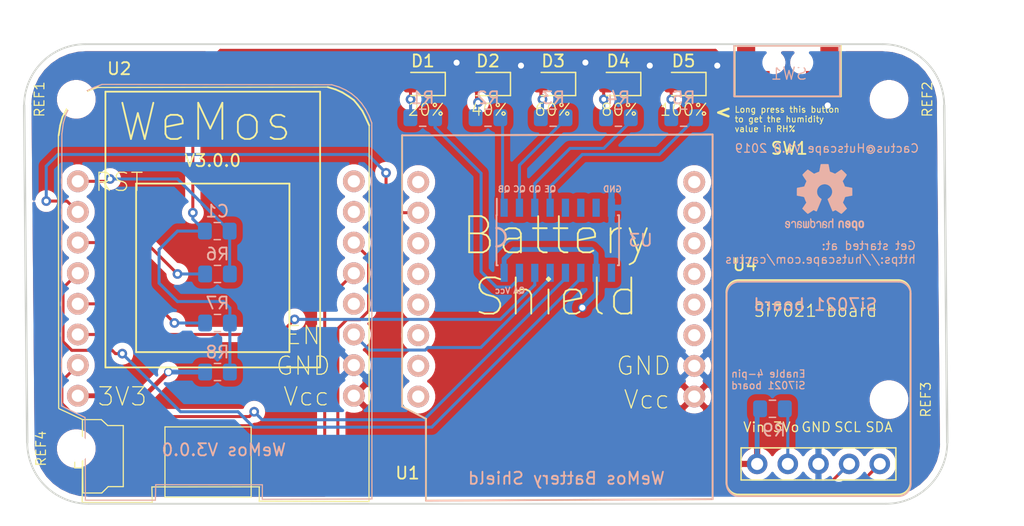
<source format=kicad_pcb>
(kicad_pcb (version 20211014) (generator pcbnew)
  (layers (0 "F.Cu" signal) (31 "B.Cu" signal) (34 "B.Paste" user) (35 "F.Paste" user) (36 "B.SilkS" user "B.Silkscreen") (37 "F.SilkS" user "F.Silkscreen") (38 "B.Mask" user) (39 "F.Mask" user) (44 "Edge.Cuts" user))
  (net 0 "")
  (net 1 "/RST")
  (net 2 "Net-(C1-Pad2)")
  (net 3 "GND")
  (net 4 "Net-(D1-Pad2)")
  (net 5 "Net-(D2-Pad2)")
  (net 6 "Net-(D3-Pad2)")
  (net 7 "Net-(D4-Pad2)")
  (net 8 "Net-(D5-Pad2)")
  (net 9 "/QA")
  (net 10 "/QB")
  (net 11 "/QC")
  (net 12 "/QD")
  (net 13 "/QE")
  (net 14 "/D0")
  (net 15 "/D6")
  (net 16 "/3_3V")
  (net 17 "VCC")
  (net 18 "Net-(R9-Pad2)")
  (net 19 "/A0")
  (net 20 "/D5")
  (net 21 "/D7")
  (net 22 "/D8")
  (net 23 "/EN")
  (net 24 "/I2C_SDA")
  (net 25 "/I2C_SCL")
  (footprint "LED_SMD:LED_0805_2012Metric_Pad1.15x1.40mm_HandSolder" (layer "F.Cu") (at 163.2585 54.102 180)
    (fp_text reference "D4" (at 0 1.905) (layer "F.SilkS"))
    (fp_text value "LED")
    (pad "1" smd roundrect locked (at -1.025 0 180) (size 1.15 1.4) (layers "F.Cu" "F.Paste" "F.Mask") (roundrect_rratio 0.217391) (net 3 "GND"))
    (pad "2" smd roundrect locked (at 1.025 0 180) (size 1.15 1.4) (layers "F.Cu" "F.Paste" "F.Mask") (roundrect_rratio 0.217391) (net 7 "Net-(D4-Pad2)"))
  )
  (footprint "Si7021:Si7021_breakout_board" (layer "F.Cu") (at 179.832 79.248)
    (fp_text reference "U4" (at -6.096 -10.16) (layer "F.SilkS"))
    (fp_text value "Si7021_breakout" hide)
    (fp_text user "SDA" (at 5.0165 3.302) (layer "F.SilkS") (effects (font (size 0.8 0.8) (thickness 0.1))))
    (fp_text user "3Vo" (at -2.667 3.302) (layer "F.SilkS") (effects (font (size 0.8 0.8) (thickness 0.1))))
    (fp_text user "GND" (at -0.1905 3.302) (layer "F.SilkS") (effects (font (size 0.8 0.8) (thickness 0.1))))
    (fp_text user "Vin" (at -5.334 3.302) (layer "F.SilkS") (effects (font (size 0.8 0.8) (thickness 0.1))))
    (fp_text user "SCL" (at 2.413 3.302) (layer "F.SilkS") (effects (font (size 0.8 0.8) (thickness 0.1))))
    (pad "1" thru_hole circle locked (at 5.08 6.35 270) (size 1.7 1.7) (drill 1) (layers *.Cu *.Mask) (net 24 "/I2C_SDA"))
    (pad "2" thru_hole oval locked (at 2.54 6.35 270) (size 1.7 1.7) (drill 1) (layers *.Cu *.Mask) (net 25 "/I2C_SCL"))
    (pad "3" thru_hole oval locked (at 0 6.35 270) (size 1.7 1.7) (drill 1) (layers *.Cu *.Mask) (net 3 "GND"))
    (pad "4" thru_hole oval locked (at -2.54 6.35 270) (size 1.7 1.7) (drill 1) (layers *.Cu *.Mask) (net 18 "Net-(R9-Pad2)"))
    (pad "5" thru_hole oval locked (at -5.08 6.35 270) (size 1.7 1.7) (drill 1) (layers *.Cu *.Mask) (net 17 "VCC"))
  )
  (footprint "LED_SMD:LED_0805_2012Metric_Pad1.15x1.40mm_HandSolder" (layer "F.Cu") (at 147.066 54.102 180)
    (fp_text reference "D1" (at 0 1.905) (layer "F.SilkS"))
    (fp_text value "LED")
    (pad "1" smd roundrect locked (at -1.025 0 180) (size 1.15 1.4) (layers "F.Cu" "F.Paste" "F.Mask") (roundrect_rratio 0.217391) (net 3 "GND"))
    (pad "2" smd roundrect locked (at 1.025 0 180) (size 1.15 1.4) (layers "F.Cu" "F.Paste" "F.Mask") (roundrect_rratio 0.217391) (net 4 "Net-(D1-Pad2)"))
  )
  (footprint "LED_SMD:LED_0805_2012Metric_Pad1.15x1.40mm_HandSolder" (layer "F.Cu") (at 152.4635 54.102 180)
    (fp_text reference "D2" (at 0 1.905) (layer "F.SilkS"))
    (fp_text value "LED")
    (pad "1" smd roundrect locked (at -1.025 0 180) (size 1.15 1.4) (layers "F.Cu" "F.Paste" "F.Mask") (roundrect_rratio 0.217391) (net 3 "GND"))
    (pad "2" smd roundrect locked (at 1.025 0 180) (size 1.15 1.4) (layers "F.Cu" "F.Paste" "F.Mask") (roundrect_rratio 0.217391) (net 5 "Net-(D2-Pad2)"))
  )
  (footprint "LED_SMD:LED_0805_2012Metric_Pad1.15x1.40mm_HandSolder" (layer "F.Cu") (at 157.861 54.102 180)
    (fp_text reference "D3" (at 0 1.905) (layer "F.SilkS"))
    (fp_text value "LED")
    (pad "1" smd roundrect locked (at -1.025 0 180) (size 1.15 1.4) (layers "F.Cu" "F.Paste" "F.Mask") (roundrect_rratio 0.217391) (net 3 "GND"))
    (pad "2" smd roundrect locked (at 1.025 0 180) (size 1.15 1.4) (layers "F.Cu" "F.Paste" "F.Mask") (roundrect_rratio 0.217391) (net 6 "Net-(D3-Pad2)"))
  )
  (footprint "WeMos:D1_mini_board" (layer "F.Cu") (at 130.302 70.612)
    (fp_text reference "U2" (at -8.382 -17.78) (layer "F.SilkS"))
    (fp_text value "WeMos_D1_mini")
    (fp_text user "WeMos V3.0.0" (at 0.2794 13.8176 180) (layer "B.SilkS") (effects (justify mirror)))
    (fp_text user "V3.0.0" (at -0.635 -10.16) (layer "F.SilkS"))
    (fp_text user "WeMos" (at -1.27 -13.335 180) (layer "F.SilkS") (effects (font (size 3 3))))
    (pad "1" thru_hole circle locked (at 11.049 9.3345 180) (size 1.8 1.8) (drill 1.016) (layers *.Cu *.Mask "B.SilkS") (net 17 "VCC"))
    (pad "2" thru_hole circle locked (at 11.049 6.7945 180) (size 1.8 1.8) (drill 1.016) (layers *.Cu *.Mask "B.SilkS") (net 3 "GND"))
    (pad "3" thru_hole circle locked (at 11.049 4.2545 180) (size 1.8 1.8) (drill 1.016) (layers *.Cu *.Mask "B.SilkS") (net 23 "/EN"))
    (pad "4" thru_hole circle locked (at 11.049 1.7145 180) (size 1.8 1.8) (drill 1.016) (layers *.Cu *.Mask "B.SilkS"))
    (pad "5" thru_hole circle locked (at 11.049 -0.8255 180) (size 1.8 1.8) (drill 1.016) (layers *.Cu *.Mask "B.SilkS") (net 24 "/I2C_SDA"))
    (pad "6" thru_hole circle locked (at 11.049 -3.3655 180) (size 1.8 1.8) (drill 1.016) (layers *.Cu *.Mask "B.SilkS") (net 25 "/I2C_SCL"))
    (pad "7" thru_hole circle locked (at 11.049 -5.9055 180) (size 1.8 1.8) (drill 1.016) (layers *.Cu *.Mask "B.SilkS"))
    (pad "8" thru_hole circle locked (at 11.049 -8.4455 180) (size 1.8 1.8) (drill 1.016) (layers *.Cu *.Mask "B.SilkS"))
    (pad "9" thru_hole circle locked (at -11.811 -8.4455 180) (size 1.8 1.8) (drill 1.016) (layers *.Cu *.Mask "B.SilkS") (net 1 "/RST"))
    (pad "10" thru_hole circle locked (at -11.811 -5.9055 180) (size 1.8 1.8) (drill 1.016) (layers *.Cu *.Mask "B.SilkS") (net 19 "/A0"))
    (pad "11" thru_hole circle locked (at -11.811 -3.3655 180) (size 1.8 1.8) (drill 1.016) (layers *.Cu *.Mask "B.SilkS") (net 14 "/D0"))
    (pad "12" thru_hole circle locked (at -11.811 -0.8255 180) (size 1.8 1.8) (drill 1.016) (layers *.Cu *.Mask "B.SilkS") (net 20 "/D5"))
    (pad "13" thru_hole circle locked (at -11.811 1.7145 180) (size 1.8 1.8) (drill 1.016) (layers *.Cu *.Mask "B.SilkS") (net 15 "/D6"))
    (pad "14" thru_hole circle locked (at -11.811 4.2545 180) (size 1.8 1.8) (drill 1.016) (layers *.Cu *.Mask "B.SilkS") (net 21 "/D7"))
    (pad "15" thru_hole circle locked (at -11.811 6.7945 180) (size 1.8 1.8) (drill 1.016) (layers *.Cu *.Mask "B.SilkS") (net 22 "/D8"))
    (pad "16" thru_hole circle locked (at -11.811 9.3345 180) (size 1.8 1.8) (drill 1.016) (layers *.Cu *.Mask "B.SilkS") (net 16 "/3_3V"))
  )
  (footprint "LED_SMD:LED_0805_2012Metric_Pad1.15x1.40mm_HandSolder" (layer "F.Cu") (at 168.656 54.102 180)
    (fp_text reference "D5" (at 0 1.905) (layer "F.SilkS"))
    (fp_text value "LED")
    (pad "1" smd roundrect locked (at -1.025 0 180) (size 1.15 1.4) (layers "F.Cu" "F.Paste" "F.Mask") (roundrect_rratio 0.217391) (net 3 "GND"))
    (pad "2" smd roundrect locked (at 1.025 0 180) (size 1.15 1.4) (layers "F.Cu" "F.Paste" "F.Mask") (roundrect_rratio 0.217391) (net 8 "Net-(D5-Pad2)"))
  )
  (footprint "WeMos:Battery_shield" (layer "F.Cu") (at 158.242 73.914)
    (fp_text reference "U1" (at -12.446 12.446) (layer "F.SilkS"))
    (fp_text value "WeMos_Battery_Shield")
    (fp_text user "WeMos Battery Shield" (at 0.7112 12.8778 180) (layer "B.SilkS") (effects (justify mirror)))
    (fp_text user "Shield" (at -0.127 -2.159 180) (layer "F.SilkS") (effects (font (size 3 3))))
    (fp_text user "Battery" (at -0.127 -7.239 180) (layer "F.SilkS") (effects (font (size 3 3))))
    (pad "1" thru_hole circle locked (at 11.303 6.096 180) (size 1.8 1.8) (drill 1.016) (layers *.Cu *.Mask "B.SilkS") (net 17 "VCC"))
    (pad "2" thru_hole circle locked (at 11.303 3.556 180) (size 1.8 1.8) (drill 1.016) (layers *.Cu *.Mask "B.SilkS") (net 3 "GND"))
    (pad "3" thru_hole circle locked (at 11.303 1.016 180) (size 1.8 1.8) (drill 1.016) (layers *.Cu *.Mask "B.SilkS"))
    (pad "4" thru_hole circle locked (at 11.303 -1.524 180) (size 1.8 1.8) (drill 1.016) (layers *.Cu *.Mask "B.SilkS"))
    (pad "5" thru_hole circle locked (at 11.303 -4.064 180) (size 1.8 1.8) (drill 1.016) (layers *.Cu *.Mask "B.SilkS"))
    (pad "6" thru_hole circle locked (at 11.303 -6.604 180) (size 1.8 1.8) (drill 1.016) (layers *.Cu *.Mask "B.SilkS"))
    (pad "7" thru_hole circle locked (at 11.303 -9.144 180) (size 1.8 1.8) (drill 1.016) (layers *.Cu *.Mask "B.SilkS"))
    (pad "8" thru_hole circle locked (at 11.303 -11.684 180) (size 1.8 1.8) (drill 1.016) (layers *.Cu *.Mask "B.SilkS"))
    (pad "9" thru_hole circle locked (at -11.557 -11.684 180) (size 1.8 1.8) (drill 1.016) (layers *.Cu *.Mask "B.SilkS"))
    (pad "10" thru_hole circle locked (at -11.557 -9.144 180) (size 1.8 1.8) (drill 1.016) (layers *.Cu *.Mask "B.SilkS") (net 19 "/A0"))
    (pad "11" thru_hole circle locked (at -11.557 -6.604 180) (size 1.8 1.8) (drill 1.016) (layers *.Cu *.Mask "B.SilkS"))
    (pad "12" thru_hole circle locked (at -11.557 -4.064 180) (size 1.8 1.8) (drill 1.016) (layers *.Cu *.Mask "B.SilkS"))
    (pad "13" thru_hole circle locked (at -11.557 -1.524 180) (size 1.8 1.8) (drill 1.016) (layers *.Cu *.Mask "B.SilkS"))
    (pad "14" thru_hole circle locked (at -11.557 1.016 180) (size 1.8 1.8) (drill 1.016) (layers *.Cu *.Mask "B.SilkS"))
    (pad "15" thru_hole circle locked (at -11.557 3.556 180) (size 1.8 1.8) (drill 1.016) (layers *.Cu *.Mask "B.SilkS"))
    (pad "16" thru_hole circle locked (at -11.557 6.096 180) (size 1.8 1.8) (drill 1.016) (layers *.Cu *.Mask "B.SilkS"))
  )
  (footprint "Switch_Tactile_pushbutton:Tactile_pushbutton" (layer "F.Cu") (at 177.292 52.324)
    (fp_text reference "SW1" (at 0.127 7.112) (layer "F.SilkS"))
    (fp_text value "SW_Push")
    (pad "" smd rect locked (at -3.45 -0.55) (size 1.5 1.5) (layers "F.Cu" "F.Paste" "F.Mask"))
    (pad "" smd rect locked (at 3.45 -0.55) (size 1.5 1.5) (layers "F.Cu" "F.Paste" "F.Mask"))
    (pad "" np_thru_hole circle locked (at 1.15 0) (size 0.9 0.9) (drill 0.9) (layers *.Cu *.Mask))
    (pad "" np_thru_hole circle locked (at -1.15 0) (size 0.9 0.9) (drill 0.9) (layers *.Cu *.Mask))
    (pad "1" smd rect locked (at -2.1 1.3) (size 1.2 1.2) (layers "F.Cu" "F.Paste" "F.Mask") (net 2 "Net-(C1-Pad2)"))
    (pad "2" smd rect locked (at 2.1 1.3) (size 1.2 1.2) (layers "F.Cu" "F.Paste" "F.Mask") (net 3 "GND"))
  )
  (footprint "MountingHole:MountingHole_2.2mm_M2" (layer "F.Cu") (at 185.674 55.372)
    (fp_text reference "REF2" (at 3.175 0 90) (layer "F.SilkS") (effects (font (size 0.8 0.8) (thickness 0.1))))
    (fp_text value "MountingHole_2.2mm_M2")
    (pad "" np_thru_hole circle locked (at 0 0) (size 2.2 2.2) (drill 2.2) (layers *.Cu *.Mask))
  )
  (footprint "MountingHole:MountingHole_2.2mm_M2" (layer "F.Cu") (at 118.364 55.372)
    (fp_text reference "REF1" (at -3.048 0 90) (layer "F.SilkS") (effects (font (size 0.8 0.8) (thickness 0.1))))
    (fp_text value "MountingHole_2.2mm_M2")
    (pad "" np_thru_hole circle locked (at 0 0) (size 2.2 2.2) (drill 2.2) (layers *.Cu *.Mask))
  )
  (footprint "MountingHole:MountingHole_2.2mm_M2" (layer "F.Cu") (at 118.364 84.328)
    (fp_text reference "REF4" (at -2.921 0 90) (layer "F.SilkS") (effects (font (size 0.8 0.8) (thickness 0.1))))
    (fp_text value "MountingHole_2.2mm_M2")
    (pad "" np_thru_hole circle locked (at 0 0) (size 2.2 2.2) (drill 2.2) (layers *.Cu *.Mask))
  )
  (footprint "MountingHole:MountingHole_2.2mm_M2" (layer "F.Cu") (at 185.674 80.264)
    (fp_text reference "REF3" (at 3.048 0 90) (layer "F.SilkS") (effects (font (size 0.8 0.8) (thickness 0.1))))
    (fp_text value "MountingHole_2.2mm_M2")
    (pad "" np_thru_hole circle locked (at 0 0) (size 2.2 2.2) (drill 2.2) (layers *.Cu *.Mask))
  )
  (footprint "Package_SO:SOIC-16_3.9x9.9mm_P1.27mm" (layer "B.Cu") (at 158.242 67.056 -90)
    (fp_text reference "U3" (at 0 -6.858 180) (layer "B.SilkS") (effects (justify mirror)))
    (fp_text value "74HC595")
    (pad "1" smd rect locked (at -2.7 4.445 270) (size 1.5 0.6) (layers "B.Cu" "B.Paste" "B.Mask") (net 10 "/QB"))
    (pad "2" smd rect locked (at -2.7 3.175 270) (size 1.5 0.6) (layers "B.Cu" "B.Paste" "B.Mask") (net 11 "/QC"))
    (pad "3" smd rect locked (at -2.7 1.905 270) (size 1.5 0.6) (layers "B.Cu" "B.Paste" "B.Mask") (net 12 "/QD"))
    (pad "4" smd rect locked (at -2.7 0.635 270) (size 1.5 0.6) (layers "B.Cu" "B.Paste" "B.Mask") (net 13 "/QE"))
    (pad "5" smd rect locked (at -2.7 -0.635 270) (size 1.5 0.6) (layers "B.Cu" "B.Paste" "B.Mask"))
    (pad "6" smd rect locked (at -2.7 -1.905 270) (size 1.5 0.6) (layers "B.Cu" "B.Paste" "B.Mask"))
    (pad "7" smd rect locked (at -2.7 -3.175 270) (size 1.5 0.6) (layers "B.Cu" "B.Paste" "B.Mask"))
    (pad "8" smd rect locked (at -2.7 -4.445 270) (size 1.5 0.6) (layers "B.Cu" "B.Paste" "B.Mask") (net 3 "GND"))
    (pad "9" smd rect locked (at 2.7 -4.445 270) (size 1.5 0.6) (layers "B.Cu" "B.Paste" "B.Mask"))
    (pad "10" smd rect locked (at 2.7 -3.175 270) (size 1.5 0.6) (layers "B.Cu" "B.Paste" "B.Mask") (net 17 "VCC"))
    (pad "11" smd rect locked (at 2.7 -1.905 270) (size 1.5 0.6) (layers "B.Cu" "B.Paste" "B.Mask") (net 20 "/D5"))
    (pad "12" smd rect locked (at 2.7 -0.635 270) (size 1.5 0.6) (layers "B.Cu" "B.Paste" "B.Mask") (net 22 "/D8"))
    (pad "13" smd rect locked (at 2.7 0.635 270) (size 1.5 0.6) (layers "B.Cu" "B.Paste" "B.Mask") (net 23 "/EN"))
    (pad "14" smd rect locked (at 2.7 1.905 270) (size 1.5 0.6) (layers "B.Cu" "B.Paste" "B.Mask") (net 21 "/D7"))
    (pad "15" smd rect locked (at 2.7 3.175 270) (size 1.5 0.6) (layers "B.Cu" "B.Paste" "B.Mask") (net 9 "/QA"))
    (pad "16" smd rect locked (at 2.7 4.445 270) (size 1.5 0.6) (layers "B.Cu" "B.Paste" "B.Mask") (net 17 "VCC"))
  )
  (footprint "Resistor_SMD:R_0805_2012Metric_Pad1.15x1.40mm_HandSolder" (layer "B.Cu") (at 163.263 56.896 180)
    (fp_text reference "R4" (at 0 1.65 180) (layer "B.SilkS") (effects (justify mirror)))
    (fp_text value "1k")
    (pad "1" smd roundrect locked (at -1.025 0 180) (size 1.15 1.4) (layers "B.Cu" "B.Paste" "B.Mask") (roundrect_rratio 0.217391) (net 12 "/QD"))
    (pad "2" smd roundrect locked (at 1.025 0 180) (size 1.15 1.4) (layers "B.Cu" "B.Paste" "B.Mask") (roundrect_rratio 0.217391) (net 7 "Net-(D4-Pad2)"))
  )
  (footprint "Resistor_SMD:R_0805_2012Metric_Pad1.15x1.40mm_HandSolder" (layer "B.Cu") (at 176.022 81.026)
    (fp_text reference "R9" (at 0.127 1.778) (layer "B.SilkS") (effects (justify mirror)))
    (fp_text value "0ohm")
    (pad "1" smd roundrect locked (at -1.025 0) (size 1.15 1.4) (layers "B.Cu" "B.Paste" "B.Mask") (roundrect_rratio 0.217391) (net 17 "VCC"))
    (pad "2" smd roundrect locked (at 1.025 0) (size 1.15 1.4) (layers "B.Cu" "B.Paste" "B.Mask") (roundrect_rratio 0.217391) (net 18 "Net-(R9-Pad2)"))
  )
  (footprint "Resistor_SMD:R_0805_2012Metric_Pad1.15x1.40mm_HandSolder" (layer "B.Cu") (at 147.057 56.896 180)
    (fp_text reference "R1" (at 0 1.65 180) (layer "B.SilkS") (effects (justify mirror)))
    (fp_text value "1k")
    (pad "1" smd roundrect locked (at -1.025 0 180) (size 1.15 1.4) (layers "B.Cu" "B.Paste" "B.Mask") (roundrect_rratio 0.217391) (net 9 "/QA"))
    (pad "2" smd roundrect locked (at 1.025 0 180) (size 1.15 1.4) (layers "B.Cu" "B.Paste" "B.Mask") (roundrect_rratio 0.217391) (net 4 "Net-(D1-Pad2)"))
  )
  (footprint "Resistor_SMD:R_0805_2012Metric_Pad1.15x1.40mm_HandSolder" (layer "B.Cu") (at 152.459 56.896 180)
    (fp_text reference "R2" (at 0 1.65 180) (layer "B.SilkS") (effects (justify mirror)))
    (fp_text value "1k")
    (pad "1" smd roundrect locked (at -1.025 0 180) (size 1.15 1.4) (layers "B.Cu" "B.Paste" "B.Mask") (roundrect_rratio 0.217391) (net 10 "/QB"))
    (pad "2" smd roundrect locked (at 1.025 0 180) (size 1.15 1.4) (layers "B.Cu" "B.Paste" "B.Mask") (roundrect_rratio 0.217391) (net 5 "Net-(D2-Pad2)"))
  )
  (footprint "Resistor_SMD:R_0805_2012Metric_Pad1.15x1.40mm_HandSolder" (layer "B.Cu") (at 157.861 56.896 180)
    (fp_text reference "R3" (at 0 1.65 180) (layer "B.SilkS") (effects (justify mirror)))
    (fp_text value "1k")
    (pad "1" smd roundrect locked (at -1.025 0 180) (size 1.15 1.4) (layers "B.Cu" "B.Paste" "B.Mask") (roundrect_rratio 0.217391) (net 11 "/QC"))
    (pad "2" smd roundrect locked (at 1.025 0 180) (size 1.15 1.4) (layers "B.Cu" "B.Paste" "B.Mask") (roundrect_rratio 0.217391) (net 6 "Net-(D3-Pad2)"))
  )
  (footprint "Resistor_SMD:R_0805_2012Metric_Pad1.15x1.40mm_HandSolder" (layer "B.Cu") (at 168.665 56.896 180)
    (fp_text reference "R5" (at 0 1.65 180) (layer "B.SilkS") (effects (justify mirror)))
    (fp_text value "1k")
    (pad "1" smd roundrect locked (at -1.025 0 180) (size 1.15 1.4) (layers "B.Cu" "B.Paste" "B.Mask") (roundrect_rratio 0.217391) (net 13 "/QE"))
    (pad "2" smd roundrect locked (at 1.025 0 180) (size 1.15 1.4) (layers "B.Cu" "B.Paste" "B.Mask") (roundrect_rratio 0.217391) (net 8 "Net-(D5-Pad2)"))
  )
  (footprint "Resistor_SMD:R_0805_2012Metric_Pad1.15x1.40mm_HandSolder" (layer "B.Cu") (at 130.057 77.978 180)
    (fp_text reference "R8" (at 0 1.65 180) (layer "B.SilkS") (effects (justify mirror)))
    (fp_text value "10k")
    (pad "1" smd roundrect locked (at -1.025 0 180) (size 1.15 1.4) (layers "B.Cu" "B.Paste" "B.Mask") (roundrect_rratio 0.217391) (net 2 "Net-(C1-Pad2)"))
    (pad "2" smd roundrect locked (at 1.025 0 180) (size 1.15 1.4) (layers "B.Cu" "B.Paste" "B.Mask") (roundrect_rratio 0.217391) (net 16 "/3_3V"))
  )
  (footprint "Resistor_SMD:R_0805_2012Metric_Pad1.15x1.40mm_HandSolder" (layer "B.Cu") (at 130.057 73.914 180)
    (fp_text reference "R7" (at 0 1.65 180) (layer "B.SilkS") (effects (justify mirror)))
    (fp_text value "1k")
    (pad "1" smd roundrect locked (at -1.025 0 180) (size 1.15 1.4) (layers "B.Cu" "B.Paste" "B.Mask") (roundrect_rratio 0.217391) (net 2 "Net-(C1-Pad2)"))
    (pad "2" smd roundrect locked (at 1.025 0 180) (size 1.15 1.4) (layers "B.Cu" "B.Paste" "B.Mask") (roundrect_rratio 0.217391) (net 15 "/D6"))
  )
  (footprint "Resistor_SMD:R_0805_2012Metric_Pad1.15x1.40mm_HandSolder" (layer "B.Cu") (at 130.057 69.85 180)
    (fp_text reference "R6" (at 0 1.65 180) (layer "B.SilkS") (effects (justify mirror)))
    (fp_text value "470")
    (pad "1" smd roundrect locked (at -1.025 0 180) (size 1.15 1.4) (layers "B.Cu" "B.Paste" "B.Mask") (roundrect_rratio 0.217391) (net 1 "/RST"))
    (pad "2" smd roundrect locked (at 1.025 0 180) (size 1.15 1.4) (layers "B.Cu" "B.Paste" "B.Mask") (roundrect_rratio 0.217391) (net 14 "/D0"))
  )
  (footprint "Capacitor_SMD:C_0805_2012Metric_Pad1.15x1.40mm_HandSolder" (layer "B.Cu") (at 130.039 66.294 180)
    (fp_text reference "C1" (at 0 1.65 180) (layer "B.SilkS") (effects (justify mirror)))
    (fp_text value "10u")
    (pad "1" smd roundrect locked (at -1.025 0 180) (size 1.15 1.4) (layers "B.Cu" "B.Paste" "B.Mask") (roundrect_rratio 0.217391) (net 1 "/RST"))
    (pad "2" smd roundrect locked (at 1.025 0 180) (size 1.15 1.4) (layers "B.Cu" "B.Paste" "B.Mask") (roundrect_rratio 0.217391) (net 2 "Net-(C1-Pad2)"))
  )
  (footprint "Symbol:OSHW-Logo2_7.3x6mm_SilkScreen" (layer "B.Cu") (at 180.34 63.5 180)
    (fp_text reference "LOGO" hide)
    (fp_text value "OSHW-Logo2_7.3x6mm_SilkScreen" hide)
  )
  (gr_arc (start 153.162 66.04) (mid 153.924 66.802) (end 153.162 67.564) (layer "B.SilkS") (width 0.2))
  (gr_line (start 119.126 50.8) (end 185.166 50.8) (layer "Edge.Cuts") (width 0.15))
  (gr_arc (start 119.38 88.9) (mid 115.787898 87.412102) (end 114.3 83.82) (layer "Edge.Cuts") (width 0.15))
  (gr_arc (start 190.5 83.82) (mid 189.012102 87.412102) (end 185.42 88.9) (layer "Edge.Cuts") (width 0.15))
  (gr_line (start 119.38 88.9) (end 185.42 88.9) (layer "Edge.Cuts") (width 0.15))
  (gr_arc (start 185.166 50.8) (mid 188.758102 52.287898) (end 190.246 55.88) (layer "Edge.Cuts") (width 0.15))
  (gr_line (start 190.246 55.88) (end 190.5 83.82) (layer "Edge.Cuts") (width 0.2))
  (gr_line (start 114.046 55.88) (end 114.3 83.82) (layer "Edge.Cuts") (width 0.2))
  (gr_arc (start 114.046 55.88) (mid 115.533898 52.287898) (end 119.126 50.8) (layer "Edge.Cuts") (width 0.15))
  (gr_text "Cactus@Hutscape V1.0 2019" (at 188.214 59.436) (layer "B.SilkS") (effects (font (size 0.7 0.7) (thickness 0.1)) (justify left mirror)))
  (gr_text "GND" (at 162.7632 62.8142) (layer "B.SilkS") (effects (font (size 0.5 0.5) (thickness 0.1)) (justify mirror)))
  (gr_text "QA" (at 155.0416 71.2216) (layer "B.SilkS") (effects (font (size 0.5 0.5) (thickness 0.1)) (justify mirror)))
  (gr_text "QB" (at 153.797 62.8142) (layer "B.SilkS") (effects (font (size 0.5 0.5) (thickness 0.1)) (justify mirror)))
  (gr_text "QC" (at 155.067 62.8142) (layer "B.SilkS") (effects (font (size 0.5 0.5) (thickness 0.1)) (justify mirror)))
  (gr_text "QD" (at 156.337 62.8142) (layer "B.SilkS") (effects (font (size 0.5 0.5) (thickness 0.1)) (justify mirror)))
  (gr_text "QE" (at 157.607 62.8142) (layer "B.SilkS") (effects (font (size 0.5 0.5) (thickness 0.1)) (justify mirror)))
  (gr_text "Vcc" (at 153.67 71.2216) (layer "B.SilkS") (effects (font (size 0.5 0.5) (thickness 0.1)) (justify mirror)))
  (gr_text "Get started at:\nhttps://hutscape.com/cactus" (at 187.96 68.072) (layer "B.SilkS") (effects (font (size 0.7 0.7) (thickness 0.1)) (justify left mirror)))
  (gr_text "SW1" (at 177.3936 53.2384) (layer "B.SilkS") (effects (font (size 1 1) (thickness 0.1)) (justify mirror)))
  (gr_text "Si7021 board" (at 179.578 72.39) (layer "B.SilkS") (effects (font (size 1 1)) (justify mirror)))
  (gr_text "Enable 4-pin\nSi7021 board" (at 178.816 78.613) (layer "B.SilkS") (effects (font (size 0.6 0.6) (thickness 0.1)) (justify left mirror)))
  (gr_text "40%" (at 152.560352 56.2356) (layer "F.SilkS") (effects (font (size 1 1) (thickness 0.1))))
  (gr_text "60%" (at 157.8356 56.2356) (layer "F.SilkS") (effects (font (size 1 1) (thickness 0.1))))
  (gr_text "80%" (at 163.3474 56.2356) (layer "F.SilkS") (effects (font (size 1 1) (thickness 0.1))))
  (gr_text "100%" (at 168.6814 56.2356) (layer "F.SilkS") (effects (font (size 1 1) (thickness 0.1))))
  (gr_text "GND" (at 165.354 77.47) (layer "F.SilkS") (effects (font (size 1.5 1.5) (thickness 0.1))))
  (gr_text "Vcc" (at 137.414 80.01) (layer "F.SilkS") (effects (font (size 1.5 1.5) (thickness 0.1))))
  (gr_text "3V3" (at 122.174 80.01) (layer "F.SilkS") (effects (font (size 1.5 1.5) (thickness 0.1))))
  (gr_text "GND" (at 137.16 77.47) (layer "F.SilkS") (effects (font (size 1.5 1.5) (thickness 0.1))))
  (gr_text "EN" (at 137.16 74.93) (layer "F.SilkS") (effects (font (size 1.5 1.5) (thickness 0.1))))
  (gr_text "RST" (at 121.92 62.23) (layer "F.SilkS") (effects (font (size 1.5 1.5) (thickness 0.1))))
  (gr_text "<" (at 171.958 56.388) (layer "F.SilkS") (effects (font (size 1.1 1.1) (thickness 0.2))))
  (gr_text "Si7021 board" (at 179.578 72.898) (layer "F.SilkS") (effects (font (size 1 1) (thickness 0.1))))
  (gr_text "Vcc" (at 165.608 80.264) (layer "F.SilkS") (effects (font (size 1.5 1.5) (thickness 0.1))))
  (gr_text "20%" (at 147.3454 56.2356) (layer "F.SilkS") (effects (font (size 1 1) (thickness 0.1))))
  (gr_text "Long press this button \nto get the humidity \nvalue in RH%" (at 172.847 57.023) (layer "F.SilkS") (effects (font (size 0.5 0.5) (thickness 0.08)) (justify left)))
  (segment (start 118.491 62.1665) (end 120.9675 62.1665) (width 0.25) (layer "F.Cu") (net 1))
  (segment (start 120.9675 62.1665) (end 121.158 61.976) (width 0.25) (layer "F.Cu") (net 1))
  (via (at 121.158 61.976) (size 0.8) (drill 0.4) (layers "F.Cu" "B.Cu") (net 1))
  (segment (start 126.746 61.976) (end 131.064 66.294) (width 0.25) (layer "B.Cu") (net 1))
  (segment (start 121.158 61.976) (end 126.746 61.976) (width 0.25) (layer "B.Cu") (net 1))
  (segment (start 131.064 66.294) (end 131.064 69.832) (width 0.25) (layer "B.Cu") (net 1))
  (segment (start 131.064 69.832) (end 131.082 69.85) (width 0.25) (layer "B.Cu") (net 1))
  (segment (start 128.016 53.594) (end 130.302 51.308) (width 0.25) (layer "F.Cu") (net 2))
  (segment (start 128.016 64.77) (end 128.016 53.594) (width 0.25) (layer "F.Cu") (net 2))
  (segment (start 173.606998 53.624) (end 174.342 53.624) (width 0.25) (layer "F.Cu") (net 2))
  (segment (start 130.302 51.308) (end 171.290998 51.308) (width 0.25) (layer "F.Cu") (net 2))
  (segment (start 174.342 53.624) (end 175.192 53.624) (width 0.25) (layer "F.Cu") (net 2))
  (segment (start 171.290998 51.308) (end 173.606998 53.624) (width 0.25) (layer "F.Cu") (net 2))
  (via (at 128.016 64.77) (size 0.8) (drill 0.4) (layers "F.Cu" "B.Cu") (net 2))
  (segment (start 128.016 65.296) (end 129.014 66.294) (width 0.25) (layer "B.Cu") (net 2))
  (segment (start 128.016 64.77) (end 128.016 65.296) (width 0.25) (layer "B.Cu") (net 2))
  (segment (start 129.014 66.294) (end 126.746 66.294) (width 0.25) (layer "B.Cu") (net 2))
  (segment (start 126.746 66.294) (end 125.222 67.818) (width 0.25) (layer "B.Cu") (net 2))
  (segment (start 130.556 72.136) (end 131.082 72.662) (width 0.25) (layer "B.Cu") (net 2))
  (segment (start 126.746 72.136) (end 130.556 72.136) (width 0.25) (layer "B.Cu") (net 2))
  (segment (start 131.082 73.914) (end 131.082 77.978) (width 0.25) (layer "B.Cu") (net 2))
  (segment (start 131.082 72.662) (end 131.082 73.914) (width 0.25) (layer "B.Cu") (net 2))
  (segment (start 125.222 67.818) (end 125.222 70.612) (width 0.25) (layer "B.Cu") (net 2))
  (segment (start 125.222 70.612) (end 126.746 72.136) (width 0.25) (layer "B.Cu") (net 2))
  (segment (start 158.895 54.102) (end 159.57 54.102) (width 0.4) (layer "F.Cu") (net 3))
  (segment (start 179.392 54.678) (end 180.594 55.88) (width 0.4) (layer "F.Cu") (net 3))
  (segment (start 164.768 54.102) (end 165.862 53.008) (width 0.4) (layer "F.Cu") (net 3))
  (segment (start 154.236 54.102) (end 155.194 53.144) (width 0.4) (layer "F.Cu") (net 3))
  (segment (start 165.862 53.008) (end 165.862 52.578) (width 0.4) (layer "F.Cu") (net 3))
  (segment (start 169.926 54.102) (end 171.45 52.578) (width 0.4) (layer "F.Cu") (net 3))
  (segment (start 148.091 54.102) (end 149.86 52.333) (width 0.4) (layer "F.Cu") (net 3))
  (segment (start 169.681 54.102) (end 169.926 54.102) (width 0.4) (layer "F.Cu") (net 3))
  (segment (start 160.528 53.144) (end 160.528 52.324) (width 0.4) (layer "F.Cu") (net 3))
  (segment (start 159.57 54.102) (end 160.528 53.144) (width 0.4) (layer "F.Cu") (net 3))
  (segment (start 155.194 53.144) (end 155.194 52.578) (width 0.4) (layer "F.Cu") (net 3))
  (segment (start 179.392 53.624) (end 179.392 54.678) (width 0.4) (layer "F.Cu") (net 3))
  (segment (start 153.561 54.102) (end 154.236 54.102) (width 0.4) (layer "F.Cu") (net 3))
  (segment (start 164.093 54.102) (end 164.768 54.102) (width 0.4) (layer "F.Cu") (net 3))
  (via (at 160.528 52.324) (size 0.7) (drill 0.5) (layers "F.Cu" "B.Cu") (net 3))
  (via (at 180.594 55.88) (size 0.7) (drill 0.5) (layers "F.Cu" "B.Cu") (net 3))
  (via (at 155.194 52.578) (size 0.7) (drill 0.5) (layers "F.Cu" "B.Cu") (net 3))
  (via (at 165.862 52.578) (size 0.7) (drill 0.5) (layers "F.Cu" "B.Cu") (net 3))
  (via (at 149.86 52.333) (size 0.7) (drill 0.5) (layers "F.Cu" "B.Cu") (net 3))
  (via (at 171.45 52.578) (size 0.7) (drill 0.5) (layers "F.Cu" "B.Cu") (net 3))
  (segment (start 146.041 55.363) (end 146.05 55.372) (width 0.25) (layer "F.Cu") (net 4))
  (segment (start 146.041 54.102) (end 146.041 55.363) (width 0.25) (layer "F.Cu") (net 4))
  (via (at 146.05 55.372) (size 0.8) (drill 0.4) (layers "F.Cu" "B.Cu") (net 4))
  (segment (start 146.05 55.372) (end 146.05 56.878) (width 0.25) (layer "B.Cu") (net 4))
  (segment (start 146.05 56.878) (end 146.032 56.896) (width 0.25) (layer "B.Cu") (net 4))
  (segment (start 151.511 55.499) (end 151.638 55.626) (width 0.25) (layer "F.Cu") (net 5))
  (segment (start 151.511 54.102) (end 151.511 55.499) (width 0.25) (layer "F.Cu") (net 5))
  (via (at 151.638 55.626) (size 0.8) (drill 0.4) (layers "F.Cu" "B.Cu") (net 5))
  (segment (start 151.638 55.626) (end 151.638 56.878) (width 0.25) (layer "B.Cu") (net 5))
  (segment (start 151.638 56.878) (end 151.62 56.896) (width 0.25) (layer "B.Cu") (net 5))
  (segment (start 156.845 54.102) (end 156.845 55.245) (width 0.25) (layer "F.Cu") (net 6))
  (segment (start 156.845 55.245) (end 156.972 55.372) (width 0.25) (layer "F.Cu") (net 6))
  (via (at 156.972 55.372) (size 0.8) (drill 0.4) (layers "F.Cu" "B.Cu") (net 6))
  (segment (start 156.972 56.878) (end 156.954 56.896) (width 0.25) (layer "B.Cu") (net 6))
  (segment (start 156.972 55.372) (end 156.972 56.878) (width 0.25) (layer "B.Cu") (net 6))
  (segment (start 162.043 55.363) (end 162.052 55.372) (width 0.25) (layer "F.Cu") (net 7))
  (segment (start 162.043 54.102) (end 162.043 55.363) (width 0.25) (layer "F.Cu") (net 7))
  (via (at 162.052 55.372) (size 0.8) (drill 0.4) (layers "F.Cu" "B.Cu") (net 7))
  (segment (start 162.052 55.372) (end 162.052 56.896) (width 0.25) (layer "B.Cu") (net 7))
  (segment (start 167.631 54.102) (end 167.631 55.363) (width 0.25) (layer "F.Cu") (net 8))
  (segment (start 167.631 55.363) (end 167.64 55.372) (width 0.25) (layer "F.Cu") (net 8))
  (via (at 167.64 55.372) (size 0.8) (drill 0.4) (layers "F.Cu" "B.Cu") (net 8))
  (segment (start 167.64 55.372) (end 167.64 56.896) (width 0.25) (layer "B.Cu") (net 8))
  (segment (start 151.892 69.666002) (end 153.156999 70.931001) (width 0.25) (layer "B.Cu") (net 9))
  (segment (start 153.156999 70.931001) (end 154.341999 70.931001) (width 0.25) (layer "B.Cu") (net 9))
  (segment (start 155.067 70.206) (end 155.067 69.756) (width 0.25) (layer "B.Cu") (net 9))
  (segment (start 155.067 69.306) (end 155.067 69.756) (width 0.25) (layer "B.Cu") (net 9))
  (segment (start 148.082 56.896) (end 148.082 57.696) (width 0.25) (layer "B.Cu") (net 9))
  (segment (start 148.082 57.696) (end 151.892 61.506) (width 0.25) (layer "B.Cu") (net 9))
  (segment (start 154.341999 70.931001) (end 155.067 70.206) (width 0.25) (layer "B.Cu") (net 9))
  (segment (start 151.892 61.506) (end 151.892 69.666002) (width 0.25) (layer "B.Cu") (net 9))
  (segment (start 153.67 56.896) (end 153.67 64.229) (width 0.25) (layer "B.Cu") (net 10))
  (segment (start 153.67 64.229) (end 153.797 64.356) (width 0.25) (layer "B.Cu") (net 10))
  (segment (start 155.067 60.833) (end 155.067 64.356) (width 0.25) (layer "B.Cu") (net 11))
  (segment (start 159.004 56.896) (end 155.067 60.833) (width 0.25) (layer "B.Cu") (net 11))
  (segment (start 162.052 59.436) (end 159.258 59.436) (width 0.25) (layer "B.Cu") (net 12))
  (segment (start 159.258 59.436) (end 156.337 62.357) (width 0.25) (layer "B.Cu") (net 12))
  (segment (start 164.084 57.404) (end 162.052 59.436) (width 0.25) (layer "B.Cu") (net 12))
  (segment (start 156.337 62.357) (end 156.337 64.356) (width 0.25) (layer "B.Cu") (net 12))
  (segment (start 169.69 56.896) (end 166.642 59.944) (width 0.25) (layer "B.Cu") (net 13))
  (segment (start 166.642 59.944) (end 160.274 59.944) (width 0.25) (layer "B.Cu") (net 13))
  (segment (start 160.274 59.944) (end 157.607 62.611) (width 0.25) (layer "B.Cu") (net 13))
  (segment (start 157.607 62.611) (end 157.607 64.356) (width 0.25) (layer "B.Cu") (net 13))
  (segment (start 124.1425 67.2465) (end 126.746 69.85) (width 0.25) (layer "F.Cu") (net 14))
  (segment (start 118.491 67.2465) (end 124.1425 67.2465) (width 0.25) (layer "F.Cu") (net 14))
  (via (at 126.746 69.85) (size 0.8) (drill 0.4) (layers "F.Cu" "B.Cu") (net 14))
  (segment (start 126.746 69.85) (end 129.032 69.85) (width 0.25) (layer "B.Cu") (net 14))
  (segment (start 118.491 72.3265) (end 124.9045 72.3265) (width 0.25) (layer "F.Cu") (net 15))
  (segment (start 124.9045 72.3265) (end 126.492 73.914) (width 0.25) (layer "F.Cu") (net 15))
  (via (at 126.492 73.914) (size 0.8) (drill 0.4) (layers "F.Cu" "B.Cu") (net 15))
  (segment (start 126.492 73.914) (end 129.032 73.914) (width 0.25) (layer "B.Cu") (net 15))
  (segment (start 118.491 79.9465) (end 124.0155 79.9465) (width 0.4) (layer "F.Cu") (net 16))
  (segment (start 124.0155 79.9465) (end 125.984 77.978) (width 0.4) (layer "F.Cu") (net 16))
  (via (at 125.984 77.978) (size 0.7) (drill 0.5) (layers "F.Cu" "B.Cu") (net 16))
  (segment (start 125.984 77.978) (end 129.032 77.978) (width 0.4) (layer "B.Cu") (net 16))
  (via (at 160.274 72.644) (size 0.7) (drill 0.5) (layers "F.Cu" "B.Cu") (net 17))
  (segment (start 161.417 68.199) (end 161.417 69.756) (width 0.4) (layer "B.Cu") (net 17))
  (segment (start 174.752 85.598) (end 174.752 81.271) (width 0.4) (layer "B.Cu") (net 17))
  (segment (start 153.797 69.756) (end 153.797 68.606) (width 0.4) (layer "B.Cu") (net 17))
  (segment (start 154.585 67.818) (end 161.036 67.818) (width 0.4) (layer "B.Cu") (net 17))
  (segment (start 161.417 71.501) (end 160.274 72.644) (width 0.4) (layer "B.Cu") (net 17))
  (segment (start 161.036 67.818) (end 161.417 68.199) (width 0.4) (layer "B.Cu") (net 17))
  (segment (start 174.752 81.271) (end 174.997 81.026) (width 0.4) (layer "B.Cu") (net 17))
  (segment (start 161.417 69.756) (end 161.417 71.501) (width 0.4) (layer "B.Cu") (net 17))
  (segment (start 153.797 68.606) (end 154.585 67.818) (width 0.4) (layer "B.Cu") (net 17))
  (segment (start 177.292 81.271) (end 177.047 81.026) (width 0.25) (layer "B.Cu") (net 18))
  (segment (start 177.292 85.598) (end 177.292 81.271) (width 0.25) (layer "B.Cu") (net 18))
  (segment (start 144.018 61.468) (end 144.018 63.375792) (width 0.25) (layer "F.Cu") (net 19))
  (segment (start 145.412208 64.77) (end 146.685 64.77) (width 0.25) (layer "F.Cu") (net 19))
  (segment (start 144.018 63.375792) (end 145.412208 64.77) (width 0.25) (layer "F.Cu") (net 19))
  (segment (start 118.491 64.7065) (end 117.591001 63.806501) (width 0.25) (layer "F.Cu") (net 19))
  (segment (start 117.591001 63.806501) (end 115.876501 63.806501) (width 0.25) (layer "F.Cu") (net 19))
  (via (at 115.876501 63.806501) (size 0.8) (drill 0.4) (layers "F.Cu" "B.Cu") (net 19))
  (via (at 144.018 61.468) (size 0.8) (drill 0.4) (layers "F.Cu" "B.Cu") (net 19))
  (segment (start 115.876501 63.806501) (end 115.876501 60.907499) (width 0.25) (layer "B.Cu") (net 19))
  (segment (start 142.494 59.944) (end 144.018 61.468) (width 0.25) (layer "B.Cu") (net 19))
  (segment (start 115.876501 60.907499) (end 116.84 59.944) (width 0.25) (layer "B.Cu") (net 19))
  (segment (start 116.84 59.944) (end 142.494 59.944) (width 0.25) (layer "B.Cu") (net 19))
  (segment (start 117.591001 70.686499) (end 118.491 69.7865) (width 0.25) (layer "F.Cu") (net 20))
  (segment (start 121.335814 76.181499) (end 117.992997 76.181499) (width 0.25) (layer "F.Cu") (net 20))
  (segment (start 121.608315 76.454) (end 121.335814 76.181499) (width 0.25) (layer "F.Cu") (net 20))
  (segment (start 122.174 76.454) (end 121.608315 76.454) (width 0.25) (layer "F.Cu") (net 20))
  (segment (start 117.992997 76.181499) (end 117.265999 75.454501) (width 0.25) (layer "F.Cu") (net 20))
  (segment (start 117.265999 75.454501) (end 117.265999 71.011501) (width 0.25) (layer "F.Cu") (net 20))
  (segment (start 117.265999 71.011501) (end 117.591001 70.686499) (width 0.25) (layer "F.Cu") (net 20))
  (via (at 122.174 76.454) (size 0.8) (drill 0.4) (layers "F.Cu" "B.Cu") (net 20))
  (segment (start 133.038998 82.55) (end 131.760499 81.271501) (width 0.25) (layer "B.Cu") (net 20))
  (segment (start 160.147 69.756) (end 160.147 70.206) (width 0.25) (layer "B.Cu") (net 20))
  (segment (start 160.147 70.206) (end 147.803 82.55) (width 0.25) (layer "B.Cu") (net 20))
  (segment (start 131.760499 81.271501) (end 126.991501 81.271501) (width 0.25) (layer "B.Cu") (net 20))
  (segment (start 147.803 82.55) (end 133.038998 82.55) (width 0.25) (layer "B.Cu") (net 20))
  (segment (start 126.991501 81.271501) (end 122.573999 76.853999) (width 0.25) (layer "B.Cu") (net 20))
  (segment (start 122.573999 76.853999) (end 122.174 76.454) (width 0.25) (layer "B.Cu") (net 20))
  (segment (start 135.1915 74.8665) (end 118.491 74.8665) (width 0.25) (layer "F.Cu") (net 21))
  (segment (start 136.442999 73.615001) (end 135.1915 74.8665) (width 0.25) (layer "F.Cu") (net 21))
  (via (at 136.442999 73.615001) (size 0.8) (drill 0.4) (layers "F.Cu" "B.Cu") (net 21))
  (segment (start 156.337 69.756) (end 156.337 70.756) (width 0.25) (layer "B.Cu") (net 21))
  (segment (start 153.477999 73.615001) (end 136.442999 73.615001) (width 0.25) (layer "B.Cu") (net 21))
  (segment (start 156.337 70.756) (end 153.477999 73.615001) (width 0.25) (layer "B.Cu") (net 21))
  (segment (start 117.165999 78.731501) (end 117.165999 80.582501) (width 0.25) (layer "F.Cu") (net 22))
  (segment (start 118.254996 81.671498) (end 132.696001 81.671498) (width 0.25) (layer "F.Cu") (net 22))
  (segment (start 117.165999 80.582501) (end 118.254996 81.671498) (width 0.25) (layer "F.Cu") (net 22))
  (segment (start 118.491 77.4065) (end 117.165999 78.731501) (width 0.25) (layer "F.Cu") (net 22))
  (segment (start 132.696001 81.671498) (end 133.096 81.271499) (width 0.25) (layer "F.Cu") (net 22))
  (via (at 133.096 81.271499) (size 0.8) (drill 0.4) (layers "F.Cu" "B.Cu") (net 22))
  (segment (start 147.149001 81.933999) (end 133.7585 81.933999) (width 0.25) (layer "B.Cu") (net 22))
  (segment (start 158.877 69.756) (end 158.877 70.206) (width 0.25) (layer "B.Cu") (net 22))
  (segment (start 133.495999 81.671498) (end 133.096 81.271499) (width 0.25) (layer "B.Cu") (net 22))
  (segment (start 133.7585 81.933999) (end 133.495999 81.671498) (width 0.25) (layer "B.Cu") (net 22))
  (segment (start 158.877 70.206) (end 147.149001 81.933999) (width 0.25) (layer "B.Cu") (net 22))
  (segment (start 151.867 75.946) (end 147.482002 75.946) (width 0.25) (layer "B.Cu") (net 23))
  (segment (start 147.482002 75.946) (end 147.273001 76.155001) (width 0.25) (layer "B.Cu") (net 23))
  (segment (start 157.607 70.206) (end 151.867 75.946) (width 0.25) (layer "B.Cu") (net 23))
  (segment (start 142.250999 75.766499) (end 141.351 74.8665) (width 0.25) (layer "B.Cu") (net 23))
  (segment (start 157.607 69.756) (end 157.607 70.206) (width 0.25) (layer "B.Cu") (net 23))
  (segment (start 147.273001 76.155001) (end 142.639501 76.155001) (width 0.25) (layer "B.Cu") (net 23))
  (segment (start 142.639501 76.155001) (end 142.250999 75.766499) (width 0.25) (layer "B.Cu") (net 23))
  (segment (start 138.938 87.122) (end 138.938 72.1995) (width 0.25) (layer "F.Cu") (net 24))
  (segment (start 138.938 72.1995) (end 141.351 69.7865) (width 0.25) (layer "F.Cu") (net 24))
  (segment (start 184.062001 86.447999) (end 184.912 85.598) (width 0.25) (layer "F.Cu") (net 24))
  (segment (start 182.372 88.138) (end 139.954 88.138) (width 0.25) (layer "F.Cu") (net 24))
  (segment (start 184.912 85.598) (end 182.372 88.138) (width 0.25) (layer "F.Cu") (net 24))
  (segment (start 139.954 88.138) (end 138.938 87.122) (width 0.25) (layer "F.Cu") (net 24))
  (segment (start 140.025999 86.431999) (end 140.025999 74.378499) (width 0.25) (layer "F.Cu") (net 25))
  (segment (start 140.97 87.376) (end 140.025999 86.431999) (width 0.25) (layer "F.Cu") (net 25))
  (segment (start 142.576001 68.471501) (end 142.250999 68.146499) (width 0.25) (layer "F.Cu") (net 25))
  (segment (start 180.594 87.376) (end 140.97 87.376) (width 0.25) (layer "F.Cu") (net 25))
  (segment (start 140.762999 73.641499) (end 141.849003 73.641499) (width 0.25) (layer "F.Cu") (net 25))
  (segment (start 140.025999 74.378499) (end 140.762999 73.641499) (width 0.25) (layer "F.Cu") (net 25))
  (segment (start 141.849003 73.641499) (end 142.576001 72.914501) (width 0.25) (layer "F.Cu") (net 25))
  (segment (start 182.372 85.598) (end 180.594 87.376) (width 0.25) (layer "F.Cu") (net 25))
  (segment (start 142.250999 68.146499) (end 141.351 67.2465) (width 0.25) (layer "F.Cu") (net 25))
  (segment (start 142.576001 72.914501) (end 142.576001 68.471501) (width 0.25) (layer "F.Cu") (net 25))
  (segment (start 181.522001 86.447999) (end 182.372 85.598) (width 0.25) (layer "B.Cu") (net 25))
  (zone (net 17) (net_name "VCC") (layer "F.Cu") (connect_pads (clearance 0.508)) (min_thickness 0.254) (fill yes (thermal_gap 0.508) (thermal_bridge_width 0.508))
    (polygon (pts (xy 114.3 50.8) (xy 190.5 50.8) (xy 190.5 88.9) (xy 114.3 88.9)))
  )
  (zone (net 3) (net_name "GND") (layer "B.Cu") (connect_pads (clearance 0.508)) (min_thickness 0.254) (fill yes (thermal_gap 0.508) (thermal_bridge_width 0.508))
    (polygon (pts (xy 114.3 51.054) (xy 190.246 50.8) (xy 190.5 88.9) (xy 114.3 88.9)))
  )
)
</source>
